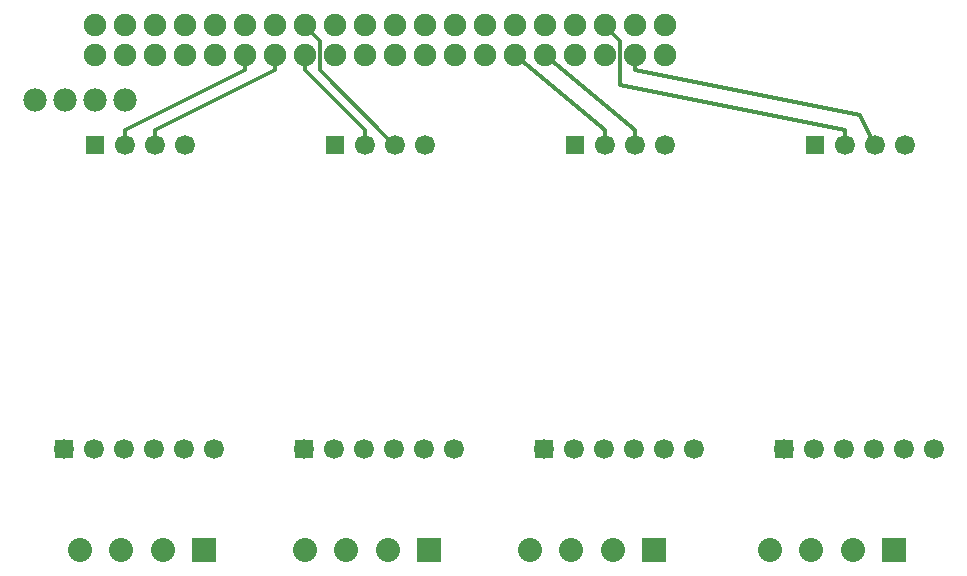
<source format=gtl>
G04 MADE WITH FRITZING*
G04 WWW.FRITZING.ORG*
G04 DOUBLE SIDED*
G04 HOLES PLATED*
G04 CONTOUR ON CENTER OF CONTOUR VECTOR*
%ASAXBY*%
%FSLAX23Y23*%
%MOIN*%
%OFA0B0*%
%SFA1.0B1.0*%
%ADD10C,0.080000*%
%ADD11C,0.078000*%
%ADD12C,0.075361*%
%ADD13C,0.066555*%
%ADD14C,0.049194*%
%ADD15R,0.080000X0.080000*%
%ADD16C,0.012000*%
%ADD17R,0.001000X0.001000*%
%LNCOPPER1*%
G90*
G70*
G54D10*
X707Y388D03*
X569Y388D03*
X431Y388D03*
X293Y388D03*
X3007Y388D03*
X2869Y388D03*
X2731Y388D03*
X2593Y388D03*
X1457Y388D03*
X1319Y388D03*
X1181Y388D03*
X1043Y388D03*
X2207Y388D03*
X2069Y388D03*
X1931Y388D03*
X1793Y388D03*
G54D11*
X443Y1888D03*
X343Y1888D03*
X243Y1888D03*
X143Y1888D03*
G54D12*
X343Y2038D03*
X443Y2038D03*
X543Y2038D03*
X643Y2038D03*
X743Y2038D03*
X843Y2038D03*
X943Y2038D03*
X1043Y2038D03*
X1143Y2038D03*
X1243Y2038D03*
X1343Y2038D03*
X1443Y2038D03*
X1543Y2038D03*
X1643Y2038D03*
X1743Y2038D03*
X1843Y2038D03*
X1943Y2038D03*
X2043Y2038D03*
X2143Y2038D03*
X2243Y2038D03*
X2243Y2138D03*
X2143Y2138D03*
X2043Y2138D03*
X1943Y2138D03*
X1843Y2138D03*
X1743Y2138D03*
X1643Y2138D03*
X1543Y2138D03*
X1443Y2138D03*
X1343Y2138D03*
X1243Y2138D03*
X1143Y2138D03*
X1043Y2138D03*
X943Y2138D03*
X843Y2138D03*
X743Y2138D03*
X643Y2138D03*
X543Y2138D03*
X443Y2138D03*
X343Y2138D03*
G54D13*
X2741Y726D03*
X2841Y726D03*
X2941Y726D03*
X3041Y726D03*
X3141Y726D03*
X2641Y726D03*
X2843Y1738D03*
X2943Y1738D03*
G54D14*
X2743Y1738D03*
G54D13*
X3043Y1738D03*
X341Y726D03*
X441Y726D03*
X541Y726D03*
X641Y726D03*
X741Y726D03*
X241Y726D03*
X443Y1738D03*
X543Y1738D03*
G54D14*
X343Y1738D03*
G54D13*
X643Y1738D03*
X1141Y726D03*
X1241Y726D03*
X1341Y726D03*
X1441Y726D03*
X1541Y726D03*
X1041Y726D03*
X1243Y1738D03*
X1343Y1738D03*
G54D14*
X1143Y1738D03*
G54D13*
X1443Y1738D03*
X1941Y726D03*
X2041Y726D03*
X2141Y726D03*
X2241Y726D03*
X2341Y726D03*
X1841Y726D03*
X2043Y1738D03*
X2143Y1738D03*
G54D14*
X1943Y1738D03*
G54D13*
X2243Y1738D03*
G54D15*
X707Y388D03*
X3007Y388D03*
X1457Y388D03*
X2207Y388D03*
G54D16*
X843Y2012D02*
X843Y1989D01*
D02*
X543Y1759D02*
X543Y1789D01*
D02*
X2043Y1789D02*
X2043Y1759D01*
D02*
X2143Y1789D02*
X2143Y1759D01*
D02*
X1244Y1789D02*
X1244Y1759D01*
D02*
X1094Y1988D02*
X1328Y1753D01*
D02*
X1043Y1988D02*
X1244Y1789D01*
D02*
X1863Y2021D02*
X2143Y1789D01*
D02*
X1763Y2021D02*
X2043Y1789D01*
D02*
X1062Y2120D02*
X1094Y2087D01*
D02*
X1043Y2012D02*
X1043Y1988D01*
D02*
X2093Y2087D02*
X2061Y2119D01*
D02*
X2894Y1838D02*
X2143Y1988D01*
D02*
X2143Y1988D02*
X2143Y2012D01*
D02*
X2093Y1939D02*
X2093Y2087D01*
D02*
X2934Y1757D02*
X2894Y1838D01*
D02*
X543Y1789D02*
X944Y1989D01*
D02*
X443Y1789D02*
X443Y1759D01*
D02*
X843Y1989D02*
X443Y1789D01*
D02*
X944Y1989D02*
X944Y2012D01*
D02*
X2843Y1789D02*
X2093Y1939D01*
D02*
X2843Y1759D02*
X2843Y1789D01*
G54D17*
X1094Y2094D02*
X1094Y2094D01*
X1091Y2093D02*
X1096Y2093D01*
X1090Y2092D02*
X1097Y2092D01*
X1089Y2091D02*
X1098Y2091D01*
X1088Y2090D02*
X1099Y2090D01*
X1088Y2089D02*
X1099Y2089D01*
X1088Y2088D02*
X1099Y2088D01*
X1088Y2087D02*
X1099Y2087D01*
X1088Y2086D02*
X1099Y2086D01*
X1088Y2085D02*
X1099Y2085D01*
X1088Y2084D02*
X1099Y2084D01*
X1088Y2083D02*
X1099Y2083D01*
X1088Y2082D02*
X1099Y2082D01*
X1088Y2081D02*
X1099Y2081D01*
X1088Y2080D02*
X1099Y2080D01*
X1088Y2079D02*
X1099Y2079D01*
X1088Y2078D02*
X1099Y2078D01*
X1088Y2077D02*
X1099Y2077D01*
X1088Y2076D02*
X1099Y2076D01*
X1088Y2075D02*
X1099Y2075D01*
X1088Y2074D02*
X1099Y2074D01*
X1088Y2073D02*
X1099Y2073D01*
X1088Y2072D02*
X1099Y2072D01*
X1088Y2071D02*
X1099Y2071D01*
X1088Y2070D02*
X1099Y2070D01*
X1088Y2069D02*
X1099Y2069D01*
X1088Y2068D02*
X1099Y2068D01*
X1088Y2067D02*
X1099Y2067D01*
X1088Y2066D02*
X1099Y2066D01*
X1088Y2065D02*
X1099Y2065D01*
X1088Y2064D02*
X1099Y2064D01*
X1088Y2063D02*
X1099Y2063D01*
X1088Y2062D02*
X1099Y2062D01*
X1088Y2061D02*
X1099Y2061D01*
X1088Y2060D02*
X1099Y2060D01*
X1088Y2059D02*
X1099Y2059D01*
X1088Y2058D02*
X1099Y2058D01*
X1088Y2057D02*
X1099Y2057D01*
X1088Y2056D02*
X1099Y2056D01*
X1088Y2055D02*
X1099Y2055D01*
X1088Y2054D02*
X1099Y2054D01*
X1088Y2053D02*
X1099Y2053D01*
X1088Y2052D02*
X1099Y2052D01*
X1088Y2051D02*
X1099Y2051D01*
X1088Y2050D02*
X1099Y2050D01*
X1088Y2049D02*
X1099Y2049D01*
X1088Y2048D02*
X1099Y2048D01*
X1088Y2047D02*
X1099Y2047D01*
X1088Y2046D02*
X1099Y2046D01*
X1088Y2045D02*
X1099Y2045D01*
X1088Y2044D02*
X1099Y2044D01*
X1088Y2043D02*
X1099Y2043D01*
X1088Y2042D02*
X1099Y2042D01*
X1088Y2041D02*
X1099Y2041D01*
X1088Y2040D02*
X1099Y2040D01*
X1088Y2039D02*
X1099Y2039D01*
X1088Y2038D02*
X1099Y2038D01*
X1088Y2037D02*
X1099Y2037D01*
X1088Y2036D02*
X1099Y2036D01*
X1088Y2035D02*
X1099Y2035D01*
X1088Y2034D02*
X1099Y2034D01*
X1088Y2033D02*
X1099Y2033D01*
X1088Y2032D02*
X1099Y2032D01*
X1088Y2031D02*
X1099Y2031D01*
X1088Y2030D02*
X1099Y2030D01*
X1088Y2029D02*
X1099Y2029D01*
X1088Y2028D02*
X1099Y2028D01*
X1088Y2027D02*
X1099Y2027D01*
X1088Y2026D02*
X1099Y2026D01*
X1088Y2025D02*
X1099Y2025D01*
X1088Y2024D02*
X1099Y2024D01*
X1088Y2023D02*
X1099Y2023D01*
X1088Y2022D02*
X1099Y2022D01*
X1088Y2021D02*
X1099Y2021D01*
X1088Y2020D02*
X1099Y2020D01*
X1088Y2019D02*
X1099Y2019D01*
X1088Y2018D02*
X1099Y2018D01*
X1088Y2017D02*
X1099Y2017D01*
X1088Y2016D02*
X1099Y2016D01*
X1088Y2015D02*
X1099Y2015D01*
X1088Y2014D02*
X1099Y2014D01*
X1088Y2013D02*
X1099Y2013D01*
X1088Y2012D02*
X1099Y2012D01*
X1088Y2011D02*
X1099Y2011D01*
X1088Y2010D02*
X1099Y2010D01*
X1088Y2009D02*
X1099Y2009D01*
X1088Y2008D02*
X1099Y2008D01*
X1088Y2007D02*
X1099Y2007D01*
X1088Y2006D02*
X1099Y2006D01*
X1088Y2005D02*
X1099Y2005D01*
X1088Y2004D02*
X1099Y2004D01*
X1088Y2003D02*
X1099Y2003D01*
X1088Y2002D02*
X1099Y2002D01*
X1088Y2001D02*
X1099Y2001D01*
X1088Y2000D02*
X1099Y2000D01*
X1088Y1999D02*
X1099Y1999D01*
X1088Y1998D02*
X1099Y1998D01*
X1088Y1997D02*
X1099Y1997D01*
X1088Y1996D02*
X1099Y1996D01*
X1088Y1995D02*
X1099Y1995D01*
X1088Y1994D02*
X1099Y1994D01*
X1088Y1993D02*
X1099Y1993D01*
X1088Y1992D02*
X1099Y1992D01*
X1088Y1991D02*
X1099Y1991D01*
X1088Y1990D02*
X1099Y1990D01*
X1088Y1989D02*
X1099Y1989D01*
X1088Y1988D02*
X1099Y1988D01*
X1088Y1987D02*
X1099Y1987D01*
X1089Y1986D02*
X1098Y1986D01*
X1089Y1985D02*
X1098Y1985D01*
X1090Y1984D02*
X1097Y1984D01*
X1092Y1983D02*
X1095Y1983D01*
X314Y1768D02*
X372Y1768D01*
X1114Y1768D02*
X1172Y1768D01*
X1913Y1768D02*
X1972Y1768D01*
X2713Y1768D02*
X2772Y1768D01*
X314Y1767D02*
X372Y1767D01*
X1114Y1767D02*
X1172Y1767D01*
X1913Y1767D02*
X1972Y1767D01*
X2713Y1767D02*
X2772Y1767D01*
X314Y1766D02*
X372Y1766D01*
X1114Y1766D02*
X1172Y1766D01*
X1913Y1766D02*
X1972Y1766D01*
X2713Y1766D02*
X2772Y1766D01*
X314Y1765D02*
X372Y1765D01*
X1114Y1765D02*
X1172Y1765D01*
X1913Y1765D02*
X1972Y1765D01*
X2713Y1765D02*
X2772Y1765D01*
X314Y1764D02*
X372Y1764D01*
X1114Y1764D02*
X1172Y1764D01*
X1913Y1764D02*
X1972Y1764D01*
X2713Y1764D02*
X2772Y1764D01*
X314Y1763D02*
X372Y1763D01*
X1114Y1763D02*
X1172Y1763D01*
X1913Y1763D02*
X1972Y1763D01*
X2713Y1763D02*
X2772Y1763D01*
X314Y1762D02*
X372Y1762D01*
X1114Y1762D02*
X1172Y1762D01*
X1913Y1762D02*
X1972Y1762D01*
X2713Y1762D02*
X2772Y1762D01*
X314Y1761D02*
X372Y1761D01*
X1114Y1761D02*
X1172Y1761D01*
X1913Y1761D02*
X1972Y1761D01*
X2713Y1761D02*
X2772Y1761D01*
X314Y1760D02*
X372Y1760D01*
X1114Y1760D02*
X1172Y1760D01*
X1913Y1760D02*
X1972Y1760D01*
X2713Y1760D02*
X2772Y1760D01*
X314Y1759D02*
X372Y1759D01*
X1114Y1759D02*
X1172Y1759D01*
X1913Y1759D02*
X1972Y1759D01*
X2713Y1759D02*
X2772Y1759D01*
X314Y1758D02*
X372Y1758D01*
X1114Y1758D02*
X1172Y1758D01*
X1913Y1758D02*
X1972Y1758D01*
X2713Y1758D02*
X2772Y1758D01*
X314Y1757D02*
X340Y1757D01*
X346Y1757D02*
X372Y1757D01*
X1114Y1757D02*
X1140Y1757D01*
X1146Y1757D02*
X1172Y1757D01*
X1913Y1757D02*
X1940Y1757D01*
X1946Y1757D02*
X1972Y1757D01*
X2713Y1757D02*
X2740Y1757D01*
X2746Y1757D02*
X2772Y1757D01*
X314Y1756D02*
X336Y1756D01*
X350Y1756D02*
X372Y1756D01*
X1114Y1756D02*
X1136Y1756D01*
X1150Y1756D02*
X1172Y1756D01*
X1913Y1756D02*
X1936Y1756D01*
X1950Y1756D02*
X1972Y1756D01*
X2713Y1756D02*
X2736Y1756D01*
X2750Y1756D02*
X2772Y1756D01*
X314Y1755D02*
X334Y1755D01*
X352Y1755D02*
X372Y1755D01*
X1114Y1755D02*
X1134Y1755D01*
X1152Y1755D02*
X1172Y1755D01*
X1913Y1755D02*
X1934Y1755D01*
X1952Y1755D02*
X1972Y1755D01*
X2713Y1755D02*
X2734Y1755D01*
X2752Y1755D02*
X2772Y1755D01*
X314Y1754D02*
X332Y1754D01*
X354Y1754D02*
X372Y1754D01*
X1114Y1754D02*
X1132Y1754D01*
X1154Y1754D02*
X1172Y1754D01*
X1913Y1754D02*
X1932Y1754D01*
X1954Y1754D02*
X1972Y1754D01*
X2713Y1754D02*
X2732Y1754D01*
X2754Y1754D02*
X2772Y1754D01*
X314Y1753D02*
X331Y1753D01*
X355Y1753D02*
X372Y1753D01*
X1114Y1753D02*
X1131Y1753D01*
X1155Y1753D02*
X1172Y1753D01*
X1913Y1753D02*
X1931Y1753D01*
X1955Y1753D02*
X1972Y1753D01*
X2713Y1753D02*
X2731Y1753D01*
X2755Y1753D02*
X2772Y1753D01*
X314Y1752D02*
X330Y1752D01*
X356Y1752D02*
X372Y1752D01*
X1114Y1752D02*
X1129Y1752D01*
X1156Y1752D02*
X1172Y1752D01*
X1913Y1752D02*
X1929Y1752D01*
X1956Y1752D02*
X1972Y1752D01*
X2713Y1752D02*
X2729Y1752D01*
X2756Y1752D02*
X2772Y1752D01*
X314Y1751D02*
X329Y1751D01*
X357Y1751D02*
X372Y1751D01*
X1114Y1751D02*
X1129Y1751D01*
X1157Y1751D02*
X1172Y1751D01*
X1913Y1751D02*
X1929Y1751D01*
X1957Y1751D02*
X1972Y1751D01*
X2713Y1751D02*
X2728Y1751D01*
X2757Y1751D02*
X2772Y1751D01*
X314Y1750D02*
X328Y1750D01*
X358Y1750D02*
X372Y1750D01*
X1114Y1750D02*
X1128Y1750D01*
X1158Y1750D02*
X1172Y1750D01*
X1913Y1750D02*
X1928Y1750D01*
X1958Y1750D02*
X1972Y1750D01*
X2713Y1750D02*
X2728Y1750D01*
X2758Y1750D02*
X2772Y1750D01*
X314Y1749D02*
X327Y1749D01*
X359Y1749D02*
X372Y1749D01*
X1114Y1749D02*
X1127Y1749D01*
X1159Y1749D02*
X1172Y1749D01*
X1913Y1749D02*
X1927Y1749D01*
X1959Y1749D02*
X1972Y1749D01*
X2713Y1749D02*
X2727Y1749D01*
X2759Y1749D02*
X2772Y1749D01*
X314Y1748D02*
X326Y1748D01*
X359Y1748D02*
X372Y1748D01*
X1114Y1748D02*
X1126Y1748D01*
X1159Y1748D02*
X1172Y1748D01*
X1913Y1748D02*
X1926Y1748D01*
X1959Y1748D02*
X1972Y1748D01*
X2713Y1748D02*
X2726Y1748D01*
X2759Y1748D02*
X2772Y1748D01*
X314Y1747D02*
X326Y1747D01*
X360Y1747D02*
X372Y1747D01*
X1114Y1747D02*
X1126Y1747D01*
X1160Y1747D02*
X1172Y1747D01*
X1913Y1747D02*
X1926Y1747D01*
X1960Y1747D02*
X1972Y1747D01*
X2713Y1747D02*
X2726Y1747D01*
X2760Y1747D02*
X2772Y1747D01*
X314Y1746D02*
X325Y1746D01*
X360Y1746D02*
X372Y1746D01*
X1114Y1746D02*
X1125Y1746D01*
X1160Y1746D02*
X1172Y1746D01*
X1913Y1746D02*
X1925Y1746D01*
X1960Y1746D02*
X1972Y1746D01*
X2713Y1746D02*
X2725Y1746D01*
X2760Y1746D02*
X2772Y1746D01*
X314Y1745D02*
X325Y1745D01*
X361Y1745D02*
X372Y1745D01*
X1114Y1745D02*
X1125Y1745D01*
X1161Y1745D02*
X1172Y1745D01*
X1913Y1745D02*
X1925Y1745D01*
X1961Y1745D02*
X1972Y1745D01*
X2713Y1745D02*
X2725Y1745D01*
X2761Y1745D02*
X2772Y1745D01*
X314Y1744D02*
X325Y1744D01*
X361Y1744D02*
X372Y1744D01*
X1114Y1744D02*
X1125Y1744D01*
X1161Y1744D02*
X1172Y1744D01*
X1913Y1744D02*
X1925Y1744D01*
X1961Y1744D02*
X1972Y1744D01*
X2713Y1744D02*
X2725Y1744D01*
X2761Y1744D02*
X2772Y1744D01*
X314Y1743D02*
X324Y1743D01*
X361Y1743D02*
X372Y1743D01*
X1114Y1743D02*
X1124Y1743D01*
X1161Y1743D02*
X1172Y1743D01*
X1913Y1743D02*
X1924Y1743D01*
X1961Y1743D02*
X1972Y1743D01*
X2713Y1743D02*
X2724Y1743D01*
X2761Y1743D02*
X2772Y1743D01*
X314Y1742D02*
X324Y1742D01*
X362Y1742D02*
X372Y1742D01*
X1114Y1742D02*
X1124Y1742D01*
X1162Y1742D02*
X1172Y1742D01*
X1913Y1742D02*
X1924Y1742D01*
X1961Y1742D02*
X1972Y1742D01*
X2713Y1742D02*
X2724Y1742D01*
X2761Y1742D02*
X2772Y1742D01*
X314Y1741D02*
X324Y1741D01*
X362Y1741D02*
X372Y1741D01*
X1114Y1741D02*
X1124Y1741D01*
X1162Y1741D02*
X1172Y1741D01*
X1913Y1741D02*
X1924Y1741D01*
X1962Y1741D02*
X1972Y1741D01*
X2713Y1741D02*
X2724Y1741D01*
X2762Y1741D02*
X2772Y1741D01*
X314Y1740D02*
X324Y1740D01*
X362Y1740D02*
X372Y1740D01*
X1114Y1740D02*
X1124Y1740D01*
X1162Y1740D02*
X1172Y1740D01*
X1913Y1740D02*
X1924Y1740D01*
X1962Y1740D02*
X1972Y1740D01*
X2713Y1740D02*
X2724Y1740D01*
X2762Y1740D02*
X2772Y1740D01*
X314Y1739D02*
X324Y1739D01*
X362Y1739D02*
X372Y1739D01*
X1114Y1739D02*
X1124Y1739D01*
X1162Y1739D02*
X1172Y1739D01*
X1913Y1739D02*
X1924Y1739D01*
X1962Y1739D02*
X1972Y1739D01*
X2713Y1739D02*
X2724Y1739D01*
X2762Y1739D02*
X2772Y1739D01*
X314Y1738D02*
X324Y1738D01*
X362Y1738D02*
X372Y1738D01*
X1114Y1738D02*
X1124Y1738D01*
X1162Y1738D02*
X1172Y1738D01*
X1913Y1738D02*
X1924Y1738D01*
X1962Y1738D02*
X1972Y1738D01*
X2713Y1738D02*
X2724Y1738D01*
X2762Y1738D02*
X2772Y1738D01*
X314Y1737D02*
X324Y1737D01*
X362Y1737D02*
X372Y1737D01*
X1114Y1737D02*
X1124Y1737D01*
X1162Y1737D02*
X1172Y1737D01*
X1913Y1737D02*
X1924Y1737D01*
X1962Y1737D02*
X1972Y1737D01*
X2713Y1737D02*
X2724Y1737D01*
X2762Y1737D02*
X2772Y1737D01*
X314Y1736D02*
X324Y1736D01*
X362Y1736D02*
X372Y1736D01*
X1114Y1736D02*
X1124Y1736D01*
X1162Y1736D02*
X1172Y1736D01*
X1913Y1736D02*
X1924Y1736D01*
X1962Y1736D02*
X1972Y1736D01*
X2713Y1736D02*
X2724Y1736D01*
X2761Y1736D02*
X2772Y1736D01*
X314Y1735D02*
X324Y1735D01*
X362Y1735D02*
X372Y1735D01*
X1114Y1735D02*
X1124Y1735D01*
X1161Y1735D02*
X1172Y1735D01*
X1913Y1735D02*
X1924Y1735D01*
X1961Y1735D02*
X1972Y1735D01*
X2713Y1735D02*
X2724Y1735D01*
X2761Y1735D02*
X2772Y1735D01*
X314Y1734D02*
X325Y1734D01*
X361Y1734D02*
X372Y1734D01*
X1114Y1734D02*
X1125Y1734D01*
X1161Y1734D02*
X1172Y1734D01*
X1913Y1734D02*
X1924Y1734D01*
X1961Y1734D02*
X1972Y1734D01*
X2713Y1734D02*
X2724Y1734D01*
X2761Y1734D02*
X2772Y1734D01*
X314Y1733D02*
X325Y1733D01*
X361Y1733D02*
X372Y1733D01*
X1114Y1733D02*
X1125Y1733D01*
X1161Y1733D02*
X1172Y1733D01*
X1913Y1733D02*
X1925Y1733D01*
X1961Y1733D02*
X1972Y1733D01*
X2713Y1733D02*
X2725Y1733D01*
X2761Y1733D02*
X2772Y1733D01*
X314Y1732D02*
X325Y1732D01*
X361Y1732D02*
X372Y1732D01*
X1114Y1732D02*
X1125Y1732D01*
X1161Y1732D02*
X1172Y1732D01*
X1913Y1732D02*
X1925Y1732D01*
X1961Y1732D02*
X1972Y1732D01*
X2713Y1732D02*
X2725Y1732D01*
X2760Y1732D02*
X2772Y1732D01*
X314Y1731D02*
X326Y1731D01*
X360Y1731D02*
X372Y1731D01*
X1114Y1731D02*
X1126Y1731D01*
X1160Y1731D02*
X1172Y1731D01*
X1913Y1731D02*
X1926Y1731D01*
X1960Y1731D02*
X1972Y1731D01*
X2713Y1731D02*
X2725Y1731D01*
X2760Y1731D02*
X2772Y1731D01*
X314Y1730D02*
X326Y1730D01*
X360Y1730D02*
X372Y1730D01*
X1114Y1730D02*
X1126Y1730D01*
X1160Y1730D02*
X1172Y1730D01*
X1913Y1730D02*
X1926Y1730D01*
X1960Y1730D02*
X1972Y1730D01*
X2713Y1730D02*
X2726Y1730D01*
X2759Y1730D02*
X2772Y1730D01*
X314Y1729D02*
X327Y1729D01*
X359Y1729D02*
X372Y1729D01*
X1114Y1729D02*
X1127Y1729D01*
X1159Y1729D02*
X1172Y1729D01*
X1913Y1729D02*
X1927Y1729D01*
X1959Y1729D02*
X1972Y1729D01*
X2713Y1729D02*
X2727Y1729D01*
X2759Y1729D02*
X2772Y1729D01*
X314Y1728D02*
X327Y1728D01*
X358Y1728D02*
X372Y1728D01*
X1114Y1728D02*
X1127Y1728D01*
X1158Y1728D02*
X1172Y1728D01*
X1913Y1728D02*
X1927Y1728D01*
X1958Y1728D02*
X1972Y1728D01*
X2713Y1728D02*
X2727Y1728D01*
X2758Y1728D02*
X2772Y1728D01*
X314Y1727D02*
X328Y1727D01*
X358Y1727D02*
X372Y1727D01*
X1114Y1727D02*
X1128Y1727D01*
X1158Y1727D02*
X1172Y1727D01*
X1913Y1727D02*
X1928Y1727D01*
X1957Y1727D02*
X1972Y1727D01*
X2713Y1727D02*
X2728Y1727D01*
X2757Y1727D02*
X2772Y1727D01*
X314Y1726D02*
X329Y1726D01*
X357Y1726D02*
X372Y1726D01*
X1114Y1726D02*
X1129Y1726D01*
X1157Y1726D02*
X1172Y1726D01*
X1913Y1726D02*
X1929Y1726D01*
X1957Y1726D02*
X1972Y1726D01*
X2713Y1726D02*
X2729Y1726D01*
X2757Y1726D02*
X2772Y1726D01*
X314Y1725D02*
X330Y1725D01*
X356Y1725D02*
X372Y1725D01*
X1114Y1725D02*
X1130Y1725D01*
X1156Y1725D02*
X1172Y1725D01*
X1913Y1725D02*
X1930Y1725D01*
X1956Y1725D02*
X1972Y1725D01*
X2713Y1725D02*
X2730Y1725D01*
X2756Y1725D02*
X2772Y1725D01*
X314Y1724D02*
X331Y1724D01*
X354Y1724D02*
X372Y1724D01*
X1114Y1724D02*
X1131Y1724D01*
X1154Y1724D02*
X1172Y1724D01*
X1913Y1724D02*
X1931Y1724D01*
X1954Y1724D02*
X1972Y1724D01*
X2713Y1724D02*
X2731Y1724D01*
X2754Y1724D02*
X2772Y1724D01*
X314Y1723D02*
X333Y1723D01*
X353Y1723D02*
X372Y1723D01*
X1114Y1723D02*
X1133Y1723D01*
X1153Y1723D02*
X1172Y1723D01*
X1913Y1723D02*
X1933Y1723D01*
X1953Y1723D02*
X1972Y1723D01*
X2713Y1723D02*
X2733Y1723D01*
X2753Y1723D02*
X2772Y1723D01*
X314Y1722D02*
X335Y1722D01*
X351Y1722D02*
X372Y1722D01*
X1114Y1722D02*
X1135Y1722D01*
X1151Y1722D02*
X1172Y1722D01*
X1913Y1722D02*
X1935Y1722D01*
X1951Y1722D02*
X1972Y1722D01*
X2713Y1722D02*
X2734Y1722D01*
X2751Y1722D02*
X2772Y1722D01*
X314Y1721D02*
X337Y1721D01*
X348Y1721D02*
X372Y1721D01*
X1114Y1721D02*
X1137Y1721D01*
X1148Y1721D02*
X1172Y1721D01*
X1913Y1721D02*
X1937Y1721D01*
X1948Y1721D02*
X1972Y1721D01*
X2713Y1721D02*
X2737Y1721D01*
X2748Y1721D02*
X2772Y1721D01*
X314Y1720D02*
X372Y1720D01*
X1114Y1720D02*
X1172Y1720D01*
X1913Y1720D02*
X1972Y1720D01*
X2713Y1720D02*
X2772Y1720D01*
X314Y1719D02*
X372Y1719D01*
X1114Y1719D02*
X1172Y1719D01*
X1913Y1719D02*
X1972Y1719D01*
X2713Y1719D02*
X2772Y1719D01*
X314Y1718D02*
X372Y1718D01*
X1114Y1718D02*
X1172Y1718D01*
X1913Y1718D02*
X1972Y1718D01*
X2713Y1718D02*
X2772Y1718D01*
X314Y1717D02*
X372Y1717D01*
X1114Y1717D02*
X1172Y1717D01*
X1913Y1717D02*
X1972Y1717D01*
X2713Y1717D02*
X2772Y1717D01*
X314Y1716D02*
X372Y1716D01*
X1114Y1716D02*
X1172Y1716D01*
X1913Y1716D02*
X1972Y1716D01*
X2713Y1716D02*
X2772Y1716D01*
X314Y1715D02*
X372Y1715D01*
X1114Y1715D02*
X1172Y1715D01*
X1913Y1715D02*
X1972Y1715D01*
X2713Y1715D02*
X2772Y1715D01*
X314Y1714D02*
X372Y1714D01*
X1114Y1714D02*
X1172Y1714D01*
X1913Y1714D02*
X1972Y1714D01*
X2713Y1714D02*
X2772Y1714D01*
X314Y1713D02*
X372Y1713D01*
X1114Y1713D02*
X1172Y1713D01*
X1913Y1713D02*
X1972Y1713D01*
X2713Y1713D02*
X2772Y1713D01*
X314Y1712D02*
X372Y1712D01*
X1114Y1712D02*
X1172Y1712D01*
X1913Y1712D02*
X1972Y1712D01*
X2713Y1712D02*
X2772Y1712D01*
X314Y1711D02*
X372Y1711D01*
X1114Y1711D02*
X1172Y1711D01*
X1913Y1711D02*
X1972Y1711D01*
X2713Y1711D02*
X2772Y1711D01*
X314Y1710D02*
X372Y1710D01*
X1114Y1710D02*
X1172Y1710D01*
X1913Y1710D02*
X1972Y1710D01*
X2713Y1710D02*
X2772Y1710D01*
X314Y1709D02*
X372Y1709D01*
X1114Y1709D02*
X1172Y1709D01*
X1914Y1709D02*
X1972Y1709D01*
X2714Y1709D02*
X2772Y1709D01*
X211Y756D02*
X269Y756D01*
X1011Y756D02*
X1069Y756D01*
X1811Y756D02*
X1869Y756D01*
X2611Y756D02*
X2669Y756D01*
X211Y755D02*
X269Y755D01*
X1011Y755D02*
X1069Y755D01*
X1811Y755D02*
X1869Y755D01*
X2611Y755D02*
X2669Y755D01*
X211Y754D02*
X269Y754D01*
X1011Y754D02*
X1069Y754D01*
X1811Y754D02*
X1869Y754D01*
X2611Y754D02*
X2669Y754D01*
X211Y753D02*
X269Y753D01*
X1011Y753D02*
X1069Y753D01*
X1811Y753D02*
X1869Y753D01*
X2611Y753D02*
X2669Y753D01*
X211Y752D02*
X269Y752D01*
X1011Y752D02*
X1069Y752D01*
X1811Y752D02*
X1869Y752D01*
X2611Y752D02*
X2669Y752D01*
X211Y751D02*
X269Y751D01*
X1011Y751D02*
X1069Y751D01*
X1811Y751D02*
X1869Y751D01*
X2611Y751D02*
X2669Y751D01*
X211Y750D02*
X269Y750D01*
X1011Y750D02*
X1069Y750D01*
X1811Y750D02*
X1869Y750D01*
X2611Y750D02*
X2669Y750D01*
X211Y749D02*
X269Y749D01*
X1011Y749D02*
X1069Y749D01*
X1811Y749D02*
X1869Y749D01*
X2611Y749D02*
X2669Y749D01*
X211Y748D02*
X269Y748D01*
X1011Y748D02*
X1069Y748D01*
X1811Y748D02*
X1869Y748D01*
X2611Y748D02*
X2669Y748D01*
X211Y747D02*
X269Y747D01*
X1011Y747D02*
X1069Y747D01*
X1811Y747D02*
X1869Y747D01*
X2611Y747D02*
X2669Y747D01*
X211Y746D02*
X269Y746D01*
X1011Y746D02*
X1069Y746D01*
X1811Y746D02*
X1869Y746D01*
X2611Y746D02*
X2669Y746D01*
X211Y745D02*
X238Y745D01*
X242Y745D02*
X269Y745D01*
X1011Y745D02*
X1038Y745D01*
X1042Y745D02*
X1069Y745D01*
X1811Y745D02*
X1838Y745D01*
X1842Y745D02*
X1869Y745D01*
X2611Y745D02*
X2638Y745D01*
X2642Y745D02*
X2669Y745D01*
X211Y744D02*
X233Y744D01*
X247Y744D02*
X269Y744D01*
X1011Y744D02*
X1033Y744D01*
X1047Y744D02*
X1069Y744D01*
X1811Y744D02*
X1833Y744D01*
X1847Y744D02*
X1869Y744D01*
X2611Y744D02*
X2633Y744D01*
X2647Y744D02*
X2669Y744D01*
X211Y743D02*
X231Y743D01*
X249Y743D02*
X269Y743D01*
X1011Y743D02*
X1031Y743D01*
X1049Y743D02*
X1069Y743D01*
X1811Y743D02*
X1831Y743D01*
X1849Y743D02*
X1869Y743D01*
X2611Y743D02*
X2631Y743D01*
X2649Y743D02*
X2669Y743D01*
X211Y742D02*
X229Y742D01*
X251Y742D02*
X269Y742D01*
X1011Y742D02*
X1029Y742D01*
X1051Y742D02*
X1069Y742D01*
X1811Y742D02*
X1829Y742D01*
X1851Y742D02*
X1869Y742D01*
X2611Y742D02*
X2629Y742D01*
X2651Y742D02*
X2669Y742D01*
X211Y741D02*
X228Y741D01*
X252Y741D02*
X269Y741D01*
X1011Y741D02*
X1028Y741D01*
X1052Y741D02*
X1069Y741D01*
X1811Y741D02*
X1828Y741D01*
X1852Y741D02*
X1869Y741D01*
X2611Y741D02*
X2628Y741D01*
X2652Y741D02*
X2669Y741D01*
X211Y740D02*
X227Y740D01*
X253Y740D02*
X269Y740D01*
X1011Y740D02*
X1027Y740D01*
X1053Y740D02*
X1069Y740D01*
X1811Y740D02*
X1827Y740D01*
X1853Y740D02*
X1869Y740D01*
X2611Y740D02*
X2627Y740D01*
X2653Y740D02*
X2669Y740D01*
X211Y739D02*
X226Y739D01*
X254Y739D02*
X269Y739D01*
X1011Y739D02*
X1026Y739D01*
X1054Y739D02*
X1069Y739D01*
X1811Y739D02*
X1826Y739D01*
X1854Y739D02*
X1869Y739D01*
X2611Y739D02*
X2626Y739D01*
X2654Y739D02*
X2669Y739D01*
X211Y738D02*
X225Y738D01*
X255Y738D02*
X269Y738D01*
X1011Y738D02*
X1025Y738D01*
X1055Y738D02*
X1069Y738D01*
X1811Y738D02*
X1825Y738D01*
X1855Y738D02*
X1869Y738D01*
X2611Y738D02*
X2625Y738D01*
X2655Y738D02*
X2669Y738D01*
X211Y737D02*
X224Y737D01*
X256Y737D02*
X269Y737D01*
X1011Y737D02*
X1024Y737D01*
X1056Y737D02*
X1069Y737D01*
X1811Y737D02*
X1824Y737D01*
X1856Y737D02*
X1869Y737D01*
X2611Y737D02*
X2624Y737D01*
X2656Y737D02*
X2669Y737D01*
X211Y736D02*
X224Y736D01*
X257Y736D02*
X269Y736D01*
X1011Y736D02*
X1024Y736D01*
X1056Y736D02*
X1069Y736D01*
X1811Y736D02*
X1824Y736D01*
X1856Y736D02*
X1869Y736D01*
X2611Y736D02*
X2624Y736D01*
X2656Y736D02*
X2669Y736D01*
X211Y735D02*
X223Y735D01*
X257Y735D02*
X269Y735D01*
X1011Y735D02*
X1023Y735D01*
X1057Y735D02*
X1069Y735D01*
X1811Y735D02*
X1823Y735D01*
X1857Y735D02*
X1869Y735D01*
X2611Y735D02*
X2623Y735D01*
X2657Y735D02*
X2669Y735D01*
X211Y734D02*
X223Y734D01*
X258Y734D02*
X269Y734D01*
X1011Y734D02*
X1023Y734D01*
X1058Y734D02*
X1069Y734D01*
X1811Y734D02*
X1823Y734D01*
X1858Y734D02*
X1869Y734D01*
X2611Y734D02*
X2622Y734D01*
X2657Y734D02*
X2669Y734D01*
X211Y733D02*
X222Y733D01*
X258Y733D02*
X269Y733D01*
X1011Y733D02*
X1022Y733D01*
X1058Y733D02*
X1069Y733D01*
X1811Y733D02*
X1822Y733D01*
X1858Y733D02*
X1869Y733D01*
X2611Y733D02*
X2622Y733D01*
X2658Y733D02*
X2669Y733D01*
X211Y732D02*
X222Y732D01*
X258Y732D02*
X269Y732D01*
X1011Y732D02*
X1022Y732D01*
X1058Y732D02*
X1069Y732D01*
X1811Y732D02*
X1822Y732D01*
X1858Y732D02*
X1869Y732D01*
X2611Y732D02*
X2622Y732D01*
X2658Y732D02*
X2669Y732D01*
X211Y731D02*
X222Y731D01*
X259Y731D02*
X269Y731D01*
X1011Y731D02*
X1022Y731D01*
X1059Y731D02*
X1069Y731D01*
X1811Y731D02*
X1822Y731D01*
X1858Y731D02*
X1869Y731D01*
X2611Y731D02*
X2622Y731D01*
X2658Y731D02*
X2669Y731D01*
X211Y730D02*
X221Y730D01*
X259Y730D02*
X269Y730D01*
X1011Y730D02*
X1021Y730D01*
X1059Y730D02*
X1069Y730D01*
X1811Y730D02*
X1821Y730D01*
X1859Y730D02*
X1869Y730D01*
X2611Y730D02*
X2621Y730D01*
X2659Y730D02*
X2669Y730D01*
X211Y729D02*
X221Y729D01*
X259Y729D02*
X269Y729D01*
X1011Y729D02*
X1021Y729D01*
X1059Y729D02*
X1069Y729D01*
X1811Y729D02*
X1821Y729D01*
X1859Y729D02*
X1869Y729D01*
X2611Y729D02*
X2621Y729D01*
X2659Y729D02*
X2669Y729D01*
X211Y728D02*
X221Y728D01*
X259Y728D02*
X269Y728D01*
X1011Y728D02*
X1021Y728D01*
X1059Y728D02*
X1069Y728D01*
X1811Y728D02*
X1821Y728D01*
X1859Y728D02*
X1869Y728D01*
X2611Y728D02*
X2621Y728D01*
X2659Y728D02*
X2669Y728D01*
X211Y727D02*
X221Y727D01*
X259Y727D02*
X269Y727D01*
X1011Y727D02*
X1021Y727D01*
X1059Y727D02*
X1069Y727D01*
X1811Y727D02*
X1821Y727D01*
X1859Y727D02*
X1869Y727D01*
X2611Y727D02*
X2621Y727D01*
X2659Y727D02*
X2669Y727D01*
X211Y726D02*
X221Y726D01*
X259Y726D02*
X269Y726D01*
X1011Y726D02*
X1021Y726D01*
X1059Y726D02*
X1069Y726D01*
X1811Y726D02*
X1821Y726D01*
X1859Y726D02*
X1869Y726D01*
X2611Y726D02*
X2621Y726D01*
X2659Y726D02*
X2669Y726D01*
X211Y725D02*
X221Y725D01*
X259Y725D02*
X269Y725D01*
X1011Y725D02*
X1021Y725D01*
X1059Y725D02*
X1069Y725D01*
X1811Y725D02*
X1821Y725D01*
X1859Y725D02*
X1869Y725D01*
X2611Y725D02*
X2621Y725D01*
X2659Y725D02*
X2669Y725D01*
X211Y724D02*
X221Y724D01*
X259Y724D02*
X269Y724D01*
X1011Y724D02*
X1021Y724D01*
X1059Y724D02*
X1069Y724D01*
X1811Y724D02*
X1821Y724D01*
X1859Y724D02*
X1869Y724D01*
X2611Y724D02*
X2621Y724D01*
X2659Y724D02*
X2669Y724D01*
X211Y723D02*
X222Y723D01*
X259Y723D02*
X269Y723D01*
X1011Y723D02*
X1021Y723D01*
X1059Y723D02*
X1069Y723D01*
X1811Y723D02*
X1821Y723D01*
X1859Y723D02*
X1869Y723D01*
X2611Y723D02*
X2621Y723D01*
X2659Y723D02*
X2669Y723D01*
X211Y722D02*
X222Y722D01*
X258Y722D02*
X269Y722D01*
X1011Y722D02*
X1022Y722D01*
X1058Y722D02*
X1069Y722D01*
X1811Y722D02*
X1822Y722D01*
X1858Y722D02*
X1869Y722D01*
X2611Y722D02*
X2622Y722D01*
X2658Y722D02*
X2669Y722D01*
X211Y721D02*
X222Y721D01*
X258Y721D02*
X269Y721D01*
X1011Y721D02*
X1022Y721D01*
X1058Y721D02*
X1069Y721D01*
X1811Y721D02*
X1822Y721D01*
X1858Y721D02*
X1869Y721D01*
X2611Y721D02*
X2622Y721D01*
X2658Y721D02*
X2669Y721D01*
X211Y720D02*
X222Y720D01*
X258Y720D02*
X269Y720D01*
X1011Y720D02*
X1022Y720D01*
X1058Y720D02*
X1069Y720D01*
X1811Y720D02*
X1822Y720D01*
X1858Y720D02*
X1869Y720D01*
X2611Y720D02*
X2622Y720D01*
X2658Y720D02*
X2669Y720D01*
X211Y719D02*
X223Y719D01*
X257Y719D02*
X269Y719D01*
X1011Y719D02*
X1023Y719D01*
X1057Y719D02*
X1069Y719D01*
X1811Y719D02*
X1823Y719D01*
X1857Y719D02*
X1869Y719D01*
X2611Y719D02*
X2623Y719D01*
X2657Y719D02*
X2669Y719D01*
X211Y718D02*
X223Y718D01*
X257Y718D02*
X269Y718D01*
X1011Y718D02*
X1023Y718D01*
X1057Y718D02*
X1069Y718D01*
X1811Y718D02*
X1823Y718D01*
X1857Y718D02*
X1869Y718D01*
X2611Y718D02*
X2623Y718D01*
X2657Y718D02*
X2669Y718D01*
X211Y717D02*
X224Y717D01*
X256Y717D02*
X269Y717D01*
X1011Y717D02*
X1024Y717D01*
X1056Y717D02*
X1069Y717D01*
X1811Y717D02*
X1824Y717D01*
X1856Y717D02*
X1869Y717D01*
X2611Y717D02*
X2624Y717D01*
X2656Y717D02*
X2669Y717D01*
X211Y716D02*
X225Y716D01*
X256Y716D02*
X269Y716D01*
X1011Y716D02*
X1025Y716D01*
X1056Y716D02*
X1069Y716D01*
X1811Y716D02*
X1824Y716D01*
X1856Y716D02*
X1869Y716D01*
X2611Y716D02*
X2624Y716D01*
X2656Y716D02*
X2669Y716D01*
X211Y715D02*
X225Y715D01*
X255Y715D02*
X269Y715D01*
X1011Y715D02*
X1025Y715D01*
X1055Y715D02*
X1069Y715D01*
X1811Y715D02*
X1825Y715D01*
X1855Y715D02*
X1869Y715D01*
X2611Y715D02*
X2625Y715D01*
X2655Y715D02*
X2669Y715D01*
X211Y714D02*
X226Y714D01*
X254Y714D02*
X269Y714D01*
X1011Y714D02*
X1026Y714D01*
X1054Y714D02*
X1069Y714D01*
X1811Y714D02*
X1826Y714D01*
X1854Y714D02*
X1869Y714D01*
X2611Y714D02*
X2626Y714D01*
X2654Y714D02*
X2669Y714D01*
X211Y713D02*
X227Y713D01*
X253Y713D02*
X269Y713D01*
X1011Y713D02*
X1027Y713D01*
X1053Y713D02*
X1069Y713D01*
X1811Y713D02*
X1827Y713D01*
X1853Y713D02*
X1869Y713D01*
X2611Y713D02*
X2627Y713D01*
X2653Y713D02*
X2669Y713D01*
X211Y712D02*
X228Y712D01*
X252Y712D02*
X269Y712D01*
X1011Y712D02*
X1028Y712D01*
X1052Y712D02*
X1069Y712D01*
X1811Y712D02*
X1828Y712D01*
X1852Y712D02*
X1869Y712D01*
X2611Y712D02*
X2628Y712D01*
X2652Y712D02*
X2669Y712D01*
X211Y711D02*
X230Y711D01*
X250Y711D02*
X269Y711D01*
X1011Y711D02*
X1030Y711D01*
X1050Y711D02*
X1069Y711D01*
X1811Y711D02*
X1830Y711D01*
X1850Y711D02*
X1869Y711D01*
X2611Y711D02*
X2630Y711D01*
X2650Y711D02*
X2669Y711D01*
X211Y710D02*
X232Y710D01*
X248Y710D02*
X269Y710D01*
X1011Y710D02*
X1032Y710D01*
X1048Y710D02*
X1069Y710D01*
X1811Y710D02*
X1832Y710D01*
X1848Y710D02*
X1869Y710D01*
X2611Y710D02*
X2632Y710D01*
X2648Y710D02*
X2669Y710D01*
X211Y709D02*
X234Y709D01*
X246Y709D02*
X269Y709D01*
X1011Y709D02*
X1034Y709D01*
X1046Y709D02*
X1069Y709D01*
X1811Y709D02*
X1834Y709D01*
X1846Y709D02*
X1869Y709D01*
X2611Y709D02*
X2634Y709D01*
X2646Y709D02*
X2669Y709D01*
X211Y708D02*
X269Y708D01*
X1011Y708D02*
X1069Y708D01*
X1811Y708D02*
X1869Y708D01*
X2611Y708D02*
X2669Y708D01*
X211Y707D02*
X269Y707D01*
X1011Y707D02*
X1069Y707D01*
X1811Y707D02*
X1869Y707D01*
X2611Y707D02*
X2669Y707D01*
X211Y706D02*
X269Y706D01*
X1011Y706D02*
X1069Y706D01*
X1811Y706D02*
X1869Y706D01*
X2611Y706D02*
X2669Y706D01*
X211Y705D02*
X269Y705D01*
X1011Y705D02*
X1069Y705D01*
X1811Y705D02*
X1869Y705D01*
X2611Y705D02*
X2669Y705D01*
X211Y704D02*
X269Y704D01*
X1011Y704D02*
X1069Y704D01*
X1811Y704D02*
X1869Y704D01*
X2611Y704D02*
X2669Y704D01*
X211Y703D02*
X269Y703D01*
X1011Y703D02*
X1069Y703D01*
X1811Y703D02*
X1869Y703D01*
X2611Y703D02*
X2669Y703D01*
X211Y702D02*
X269Y702D01*
X1011Y702D02*
X1069Y702D01*
X1811Y702D02*
X1869Y702D01*
X2611Y702D02*
X2669Y702D01*
X211Y701D02*
X269Y701D01*
X1011Y701D02*
X1069Y701D01*
X1811Y701D02*
X1869Y701D01*
X2611Y701D02*
X2669Y701D01*
X211Y700D02*
X269Y700D01*
X1011Y700D02*
X1069Y700D01*
X1811Y700D02*
X1869Y700D01*
X2611Y700D02*
X2669Y700D01*
X211Y699D02*
X269Y699D01*
X1011Y699D02*
X1069Y699D01*
X1811Y699D02*
X1869Y699D01*
X2611Y699D02*
X2669Y699D01*
X211Y698D02*
X269Y698D01*
X1011Y698D02*
X1069Y698D01*
X1811Y698D02*
X1869Y698D01*
X2611Y698D02*
X2669Y698D01*
X211Y697D02*
X269Y697D01*
X1011Y697D02*
X1069Y697D01*
X1811Y697D02*
X1869Y697D01*
X2611Y697D02*
X2669Y697D01*
D02*
G04 End of Copper1*
M02*
</source>
